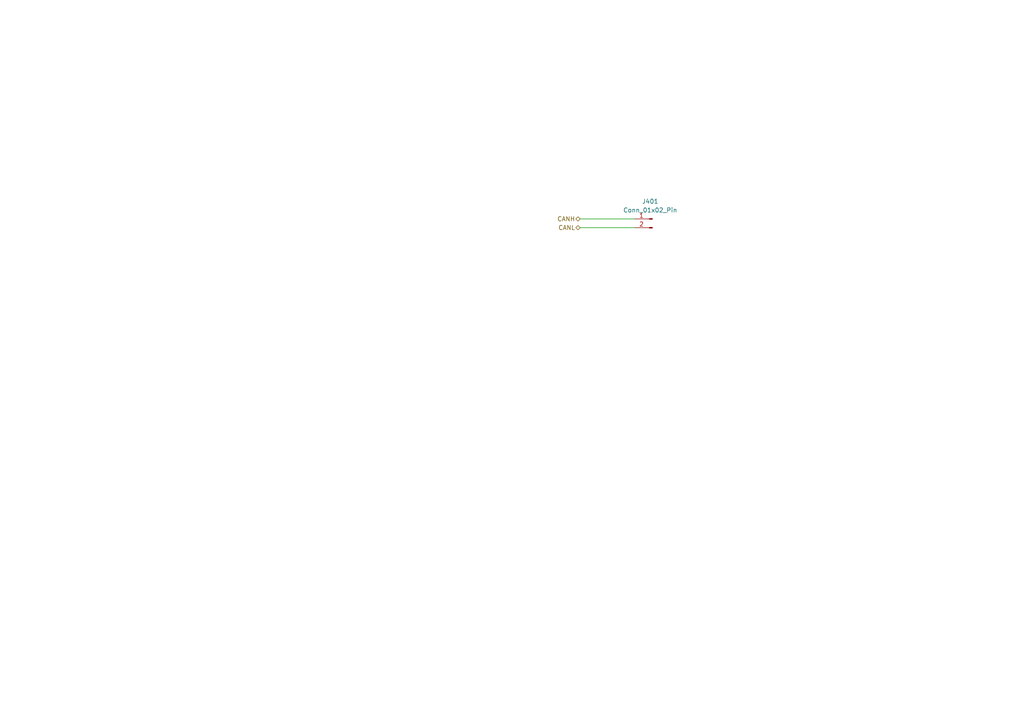
<source format=kicad_sch>
(kicad_sch
	(version 20250114)
	(generator "eeschema")
	(generator_version "9.0")
	(uuid "d339b9d8-51a7-460e-bb19-8d8c25d3e2aa")
	(paper "A4")
	(lib_symbols
		(symbol "Connector:Conn_01x02_Pin"
			(pin_names
				(offset 1.016)
				(hide yes)
			)
			(exclude_from_sim no)
			(in_bom yes)
			(on_board yes)
			(property "Reference" "J"
				(at 0 2.54 0)
				(effects
					(font
						(size 1.27 1.27)
					)
				)
			)
			(property "Value" "Conn_01x02_Pin"
				(at 0 -5.08 0)
				(effects
					(font
						(size 1.27 1.27)
					)
				)
			)
			(property "Footprint" ""
				(at 0 0 0)
				(effects
					(font
						(size 1.27 1.27)
					)
					(hide yes)
				)
			)
			(property "Datasheet" "~"
				(at 0 0 0)
				(effects
					(font
						(size 1.27 1.27)
					)
					(hide yes)
				)
			)
			(property "Description" "Generic connector, single row, 01x02, script generated"
				(at 0 0 0)
				(effects
					(font
						(size 1.27 1.27)
					)
					(hide yes)
				)
			)
			(property "ki_locked" ""
				(at 0 0 0)
				(effects
					(font
						(size 1.27 1.27)
					)
				)
			)
			(property "ki_keywords" "connector"
				(at 0 0 0)
				(effects
					(font
						(size 1.27 1.27)
					)
					(hide yes)
				)
			)
			(property "ki_fp_filters" "Connector*:*_1x??_*"
				(at 0 0 0)
				(effects
					(font
						(size 1.27 1.27)
					)
					(hide yes)
				)
			)
			(symbol "Conn_01x02_Pin_1_1"
				(rectangle
					(start 0.8636 0.127)
					(end 0 -0.127)
					(stroke
						(width 0.1524)
						(type default)
					)
					(fill
						(type outline)
					)
				)
				(rectangle
					(start 0.8636 -2.413)
					(end 0 -2.667)
					(stroke
						(width 0.1524)
						(type default)
					)
					(fill
						(type outline)
					)
				)
				(polyline
					(pts
						(xy 1.27 0) (xy 0.8636 0)
					)
					(stroke
						(width 0.1524)
						(type default)
					)
					(fill
						(type none)
					)
				)
				(polyline
					(pts
						(xy 1.27 -2.54) (xy 0.8636 -2.54)
					)
					(stroke
						(width 0.1524)
						(type default)
					)
					(fill
						(type none)
					)
				)
				(pin passive line
					(at 5.08 0 180)
					(length 3.81)
					(name "Pin_1"
						(effects
							(font
								(size 1.27 1.27)
							)
						)
					)
					(number "1"
						(effects
							(font
								(size 1.27 1.27)
							)
						)
					)
				)
				(pin passive line
					(at 5.08 -2.54 180)
					(length 3.81)
					(name "Pin_2"
						(effects
							(font
								(size 1.27 1.27)
							)
						)
					)
					(number "2"
						(effects
							(font
								(size 1.27 1.27)
							)
						)
					)
				)
			)
			(embedded_fonts no)
		)
	)
	(wire
		(pts
			(xy 168.275 66.04) (xy 184.15 66.04)
		)
		(stroke
			(width 0)
			(type default)
		)
		(uuid "72a2b6b0-fa89-4cf5-9743-eb58db2d5f26")
	)
	(wire
		(pts
			(xy 168.275 63.5) (xy 184.15 63.5)
		)
		(stroke
			(width 0)
			(type default)
		)
		(uuid "c08ee88f-996d-4f06-bc74-a6fca3ca227c")
	)
	(hierarchical_label "CANL"
		(shape bidirectional)
		(at 168.275 66.04 180)
		(effects
			(font
				(size 1.27 1.27)
			)
			(justify right)
		)
		(uuid "0021f477-0814-498b-8fae-b960de041ba2")
	)
	(hierarchical_label "CANH"
		(shape bidirectional)
		(at 168.275 63.5 180)
		(effects
			(font
				(size 1.27 1.27)
			)
			(justify right)
		)
		(uuid "e94ee6e8-3bf1-4cf8-a85d-654c1226171f")
	)
	(symbol
		(lib_id "Connector:Conn_01x02_Pin")
		(at 189.23 63.5 0)
		(mirror y)
		(unit 1)
		(exclude_from_sim no)
		(in_bom yes)
		(on_board yes)
		(dnp no)
		(uuid "9dc2ab81-544d-4519-befd-7b2729d0a0f0")
		(property "Reference" "J401"
			(at 188.595 58.42 0)
			(effects
				(font
					(size 1.27 1.27)
				)
			)
		)
		(property "Value" "Conn_01x02_Pin"
			(at 188.595 60.96 0)
			(effects
				(font
					(size 1.27 1.27)
				)
			)
		)
		(property "Footprint" "Connector_JST:JST_XA_B02B-XASK-1_1x02_P2.50mm_Vertical"
			(at 189.23 63.5 0)
			(effects
				(font
					(size 1.27 1.27)
				)
				(hide yes)
			)
		)
		(property "Datasheet" "~"
			(at 189.23 63.5 0)
			(effects
				(font
					(size 1.27 1.27)
				)
				(hide yes)
			)
		)
		(property "Description" "Generic connector, single row, 01x02, script generated"
			(at 189.23 63.5 0)
			(effects
				(font
					(size 1.27 1.27)
				)
				(hide yes)
			)
		)
		(pin "1"
			(uuid "8342841b-a06c-4274-bf1c-e15c2075b685")
		)
		(pin "2"
			(uuid "af68985d-4834-4756-a9d4-10aa6f8b1139")
		)
		(instances
			(project ""
				(path "/39a3f286-a766-4612-a8bf-4e53d682d5ae/d44cce1d-2938-4a58-8e9d-9f2520660305"
					(reference "J401")
					(unit 1)
				)
			)
		)
	)
)

</source>
